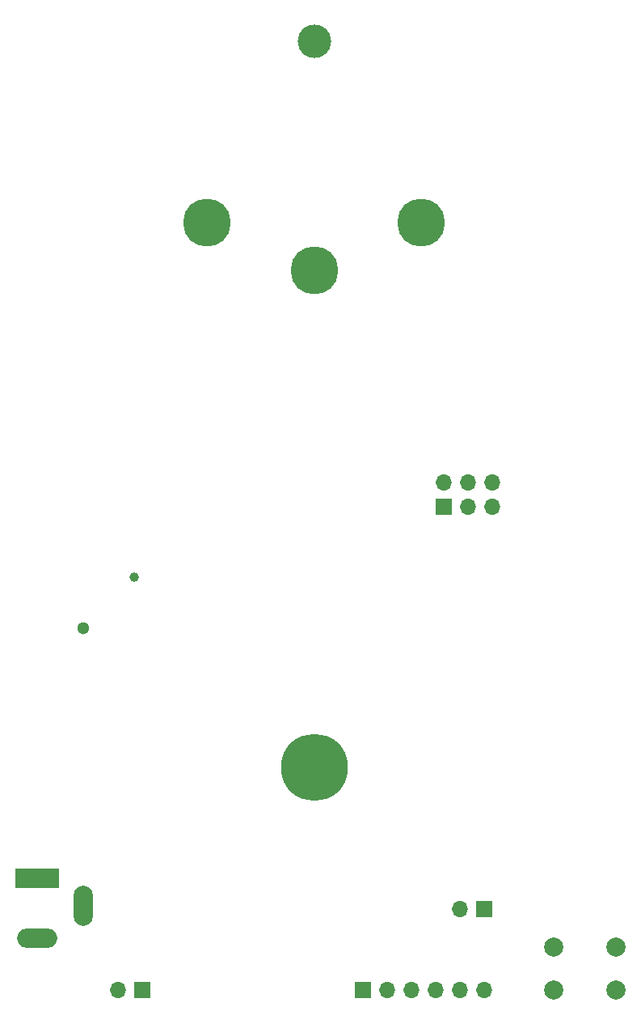
<source format=gbr>
%TF.GenerationSoftware,KiCad,Pcbnew,(6.0.10)*%
%TF.CreationDate,2022-12-25T17:32:20-06:00*%
%TF.ProjectId,fluke_87v_clock_v1,666c756b-655f-4383-9776-5f636c6f636b,rev?*%
%TF.SameCoordinates,Original*%
%TF.FileFunction,Soldermask,Bot*%
%TF.FilePolarity,Negative*%
%FSLAX46Y46*%
G04 Gerber Fmt 4.6, Leading zero omitted, Abs format (unit mm)*
G04 Created by KiCad (PCBNEW (6.0.10)) date 2022-12-25 17:32:20*
%MOMM*%
%LPD*%
G01*
G04 APERTURE LIST*
%ADD10R,1.700000X1.700000*%
%ADD11O,1.700000X1.700000*%
%ADD12C,1.300000*%
%ADD13C,1.000000*%
%ADD14R,4.600000X2.000000*%
%ADD15O,4.200000X2.000000*%
%ADD16O,2.000000X4.200000*%
%ADD17C,7.000000*%
%ADD18C,2.000000*%
%ADD19C,3.500000*%
%ADD20C,5.000000*%
G04 APERTURE END LIST*
D10*
%TO.C,J5*%
X113588800Y-113973600D03*
D11*
X113588800Y-111433600D03*
X116128800Y-113973600D03*
X116128800Y-111433600D03*
X118668800Y-113973600D03*
X118668800Y-111433600D03*
%TD*%
%TO.C,J6*%
X115275200Y-156057600D03*
D10*
X117815200Y-156057600D03*
%TD*%
D12*
%TO.C,BT1*%
X75848350Y-126651650D03*
D13*
X81151650Y-121348350D03*
%TD*%
D10*
%TO.C,J2*%
X82000000Y-164500000D03*
D11*
X79460000Y-164500000D03*
%TD*%
D14*
%TO.C,J1*%
X71000000Y-152800000D03*
D15*
X71000000Y-159100000D03*
D16*
X75800000Y-155700000D03*
%TD*%
D17*
%TO.C,SW1*%
X100000000Y-141250000D03*
%TD*%
D18*
%TO.C,SW10*%
X131621600Y-160000000D03*
X125121600Y-160000000D03*
X131621600Y-164500000D03*
X125121600Y-164500000D03*
%TD*%
D10*
%TO.C,J4*%
X105150000Y-164500000D03*
D11*
X107690000Y-164500000D03*
X110230000Y-164500000D03*
X112770000Y-164500000D03*
X115310000Y-164500000D03*
X117850000Y-164500000D03*
%TD*%
D19*
%TO.C,LS1*%
X100000000Y-65250000D03*
D20*
X111250000Y-84250000D03*
X100000000Y-89250000D03*
X88750000Y-84250000D03*
%TD*%
M02*

</source>
